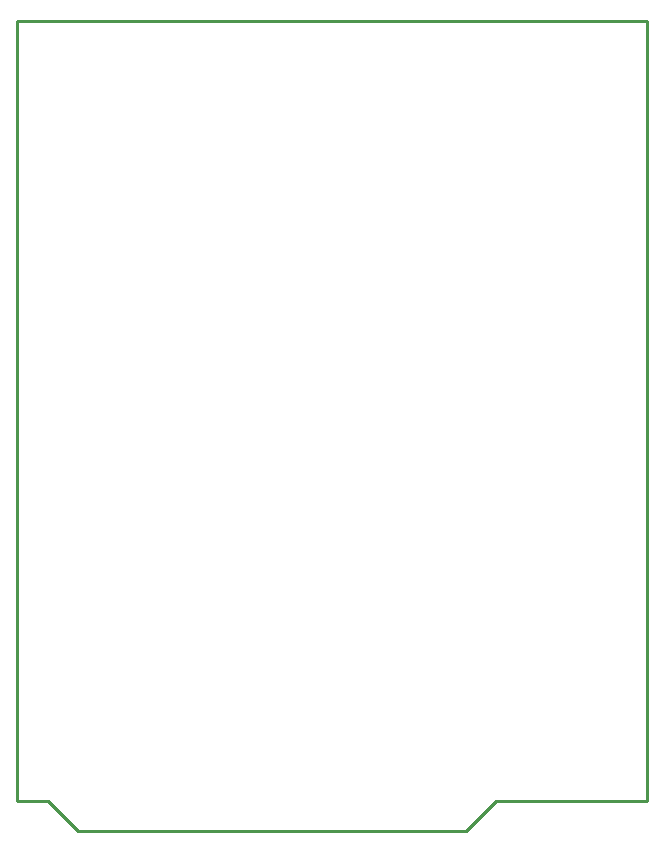
<source format=gbr>
G04 start of page 4 for group 2 idx 2 *
G04 Title: (unknown), outline *
G04 Creator: pcb 20140316 *
G04 CreationDate: Wed 25 Nov 2015 05:30:27 PM GMT UTC *
G04 For: ndholmes *
G04 Format: Gerber/RS-274X *
G04 PCB-Dimensions (mil): 2100.00 2700.00 *
G04 PCB-Coordinate-Origin: lower left *
%MOIN*%
%FSLAX25Y25*%
%LNOUTLINE*%
%ADD47C,0.0100*%
G54D47*X210000Y10000D02*Y270000D01*
X0Y10000D02*X10300D01*
X20300Y0D01*
X149700D01*
X159700Y10000D01*
X210000D01*
X0Y270000D02*Y10000D01*
X210000Y270000D02*X0D01*
M02*

</source>
